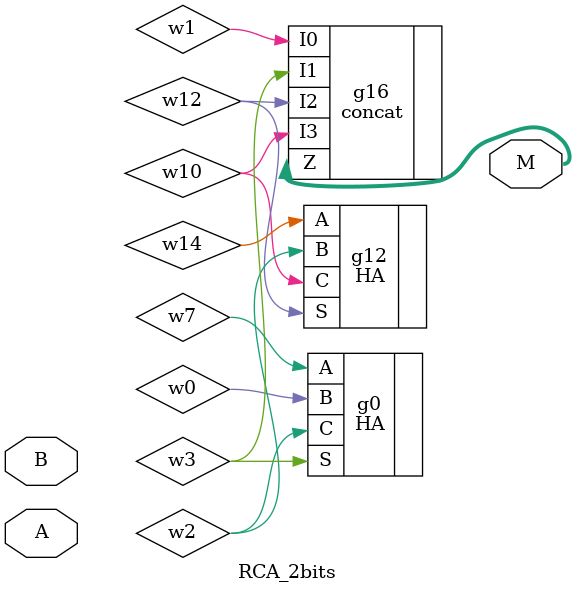
<source format=v>

module RCA_2bits(M, B, A);
//: interface  /sz:(72, 50) /bd:[ Ti0>A[1:0](14/72) Ti1>B[1:0](41/72) Bo0<M[3:0](24/72) ]
output [3:0] M;    //: /sn:0 {0}(229,415)(229,343)(95,343)(95,325){1}
input [1:0] B;    //: /sn:0 {0}(366,89)(347,89){1}
//: {2}(346,89)(174,89){3}
//: {4}(173,89)(153,89)(153,83){5}
input [1:0] A;    //: /sn:0 {0}(328,53)(304,53){1}
//: {2}(303,53)(233,53){3}
//: {4}(232,53)(203,53)(203,66){5}
wire w7;    //: /sn:0 {0}(199,141)(199,157)(216,157)(216,167){1}
wire w0;    //: /sn:0 {0}(236,167)(236,140){1}
wire w3;    //: /sn:0 {0}(225,209)(225,292)(100,292)(100,319){1}
wire w12;    //: /sn:0 {0}(109,255)(109,279)(90,279)(90,319){1}
wire w10;    //: /sn:0 {0}(91,244)(80,244)(80,319){1}
wire w1;    //: /sn:0 {0}(110,319)(110,299)(346,299)(346,176){1}
wire w8;    //: /sn:0 {0}(304,57)(304,67)(319,67){1}
//: {2}(323,67)(343,67)(343,155){3}
//: {4}(321,69)(321,79)(201,79)(201,120){5}
wire w14;    //: /sn:0 {0}(91,180)(91,203)(100,203)(100,213){1}
wire w2;    //: /sn:0 {0}(207,198)(120,198)(120,213){1}
wire w11;    //: /sn:0 {0}(233,57)(233,64){1}
//: {2}(231,66)(88,66)(88,159){3}
//: {4}(233,68)(233,119){5}
wire w5;    //: /sn:0 {0}(174,93)(174,101)(176,101){1}
//: {2}(180,101)(196,101)(196,120){3}
//: {4}(178,103)(178,113)(93,113)(93,159){5}
wire w9;    //: /sn:0 {0}(347,93)(347,101)(348,101)(348,127){1}
//: {2}(346,129)(340,129)(340,115)(238,115)(238,119){3}
//: {4}(348,131)(348,155){5}
//: enddecls

  and g4 (.I0(w8), .I1(w9), .Z(w1));   //: @(346,166) /sn:0 /R:3 /delay:" 4" /w:[ 3 5 1 ]
  //: joint g8 (w9) @(348, 129) /w:[ -1 1 2 4 ]
  tran g3(.Z(w11), .I(A[1]));   //: @(233,51) /sn:0 /R:1 /w:[ 0 4 3 ] /ss:1
  concat g16 (.I0(w1), .I1(w3), .I2(w12), .I3(w10), .Z(M));   //: @(95,324) /sn:0 /R:3 /w:[ 0 1 1 1 1 ] /dr:1
  //: output g17 (M) @(229,412) /sn:0 /R:3 /w:[ 0 ]
  //: input g2 (B) @(368,89) /sn:0 /R:2 /w:[ 0 ]
  //: input g1 (A) @(330,53) /sn:0 /R:2 /w:[ 0 ]
  //: comment g18 /dolink:0 /link:"" @(364,169) /sn:0 /R:3
  //: /line:"a0 * b0"
  //: /end
  //: joint g10 (w8) @(321, 67) /w:[ 2 -1 1 4 ]
  tran g6(.Z(w9), .I(B[0]));   //: @(347,87) /sn:0 /R:1 /w:[ 0 2 1 ] /ss:1
  tran g7(.Z(w8), .I(A[0]));   //: @(304,51) /sn:0 /R:1 /w:[ 0 2 1 ] /ss:1
  and g9 (.I0(w5), .I1(w8), .Z(w7));   //: @(199,131) /sn:0 /R:3 /delay:" 4" /w:[ 3 5 0 ]
  HA g12 (.A(w14), .B(w2), .C(w10), .S(w12));   //: @(92, 214) /sz:(40, 40) /sn:0 /p:[ Ti0>1 Ti1>1 Lo0<0 Bo0<0 ]
  and g5 (.I0(w11), .I1(w9), .Z(w0));   //: @(236,130) /sn:0 /R:3 /delay:" 4" /w:[ 5 3 1 ]
  tran g11(.Z(w5), .I(B[1]));   //: @(174,87) /sn:0 /R:1 /w:[ 0 4 3 ] /ss:1
  //: joint g14 (w5) @(178, 101) /w:[ 2 -1 1 4 ]
  //: comment g19 /dolink:0 /link:"" @(256,136) /sn:0 /R:3
  //: /line:"a1 * b0"
  //: /end
  //: comment g21 /dolink:0 /link:"" @(36,186) /sn:0 /R:3
  //: /line:"a1 * b1"
  //: /end
  //: comment g20 /dolink:0 /link:"" @(157,161) /sn:0 /R:3
  //: /line:"a0 * b1"
  //: /end
  HA g0 (.A(w7), .B(w0), .C(w2), .S(w3));   //: @(208, 168) /sz:(40, 40) /sn:0 /p:[ Ti0>1 Ti1>0 Lo0<0 Bo0<0 ]
  //: joint g15 (w11) @(233, 66) /w:[ -1 1 2 4 ]
  and g13 (.I0(w11), .I1(w5), .Z(w14));   //: @(91,170) /sn:0 /R:3 /delay:" 4" /w:[ 3 5 0 ]

endmodule

module main;    //: root_module
wire [1:0] w3;    //: /sn:0 {0}(329,62)(329,139)(298,139)(298,149){1}
wire [3:0] w1;    //: /sn:0 {0}(453,217)(453,277)(323,277)(323,223)(281,223)(281,201){1}
wire [1:0] w2;    //: /sn:0 {0}(235,60)(235,139)(271,139)(271,149){1}
//: enddecls

  led g3 (.I(w1));   //: @(453,210) /sn:0 /w:[ 0 ] /type:3
  //: dip g2 (w3) @(329,52) /sn:0 /w:[ 0 ] /st:3
  //: dip g1 (w2) @(235,50) /sn:0 /w:[ 0 ] /st:3
  RCA_2bits g0 (.B(w3), .A(w2), .M(w1));   //: @(257, 150) /sz:(72, 50) /sn:0 /p:[ Ti0>1 Ti1>1 Bo0<1 ]

endmodule

</source>
